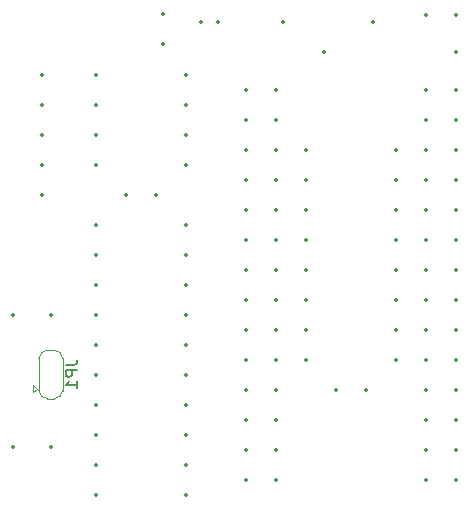
<source format=gbo>
%TF.GenerationSoftware,KiCad,Pcbnew,8.0.8+1*%
%TF.CreationDate,2025-02-23T13:51:29+01:00*%
%TF.ProjectId,QL_Minerva_MK2,514c5f4d-696e-4657-9276-615f4d4b322e,0.0*%
%TF.SameCoordinates,Original*%
%TF.FileFunction,Legend,Bot*%
%TF.FilePolarity,Positive*%
%FSLAX46Y46*%
G04 Gerber Fmt 4.6, Leading zero omitted, Abs format (unit mm)*
G04 Created by KiCad (PCBNEW 8.0.8+1) date 2025-02-23 13:51:29*
%MOMM*%
%LPD*%
G01*
G04 APERTURE LIST*
%ADD10C,0.150000*%
%ADD11C,0.120000*%
%ADD12C,0.350000*%
G04 APERTURE END LIST*
D10*
X64119819Y-88036666D02*
X64834104Y-88036666D01*
X64834104Y-88036666D02*
X64976961Y-87989047D01*
X64976961Y-87989047D02*
X65072200Y-87893809D01*
X65072200Y-87893809D02*
X65119819Y-87750952D01*
X65119819Y-87750952D02*
X65119819Y-87655714D01*
X65119819Y-88512857D02*
X64119819Y-88512857D01*
X64119819Y-88512857D02*
X64119819Y-88893809D01*
X64119819Y-88893809D02*
X64167438Y-88989047D01*
X64167438Y-88989047D02*
X64215057Y-89036666D01*
X64215057Y-89036666D02*
X64310295Y-89084285D01*
X64310295Y-89084285D02*
X64453152Y-89084285D01*
X64453152Y-89084285D02*
X64548390Y-89036666D01*
X64548390Y-89036666D02*
X64596009Y-88989047D01*
X64596009Y-88989047D02*
X64643628Y-88893809D01*
X64643628Y-88893809D02*
X64643628Y-88512857D01*
X65119819Y-90036666D02*
X65119819Y-89465238D01*
X65119819Y-89750952D02*
X64119819Y-89750952D01*
X64119819Y-89750952D02*
X64262676Y-89655714D01*
X64262676Y-89655714D02*
X64357914Y-89560476D01*
X64357914Y-89560476D02*
X64405533Y-89465238D01*
D11*
%TO.C,JP1*%
X62565000Y-90920000D02*
X63165000Y-90920000D01*
X61365000Y-90370000D02*
X61365000Y-89770000D01*
X63865000Y-90270000D02*
X63865000Y-87470000D01*
X61665000Y-90070000D02*
X61365000Y-90370000D01*
X61665000Y-90070000D02*
X61365000Y-89770000D01*
X61865000Y-87470000D02*
X61865000Y-90270000D01*
X63165000Y-86820000D02*
X62565000Y-86820000D01*
X62565000Y-90920000D02*
G75*
G02*
X61865000Y-90220000I-1J699999D01*
G01*
X63865000Y-90220000D02*
G75*
G02*
X63165000Y-90920000I-699999J-1D01*
G01*
X61865000Y-87520000D02*
G75*
G02*
X62565000Y-86820000I700000J0D01*
G01*
X63165000Y-86820000D02*
G75*
G02*
X63865000Y-87520000I0J-700000D01*
G01*
%TD*%
D12*
X82550000Y-59055000D03*
X90170000Y-59055000D03*
X71755000Y-73660000D03*
X69255000Y-73660000D03*
X72390000Y-58390000D03*
X72390000Y-60930000D03*
X66675000Y-76200000D03*
X66675000Y-78740000D03*
X66675000Y-81280000D03*
X66675000Y-83820000D03*
X66675000Y-86360000D03*
X66675000Y-88900000D03*
X66675000Y-91440000D03*
X66675000Y-93980000D03*
X66675000Y-96520000D03*
X66675000Y-99060000D03*
X74295000Y-99060000D03*
X74295000Y-96520000D03*
X74295000Y-93980000D03*
X74295000Y-91440000D03*
X74295000Y-88900000D03*
X74295000Y-86360000D03*
X74295000Y-83820000D03*
X74295000Y-81280000D03*
X74295000Y-78740000D03*
X74295000Y-76200000D03*
X62160000Y-73655000D03*
X62160000Y-71115000D03*
X62160000Y-68575000D03*
X62160000Y-66035000D03*
X62160000Y-63495000D03*
X81910000Y-64780000D03*
X81910000Y-67320000D03*
X81910000Y-69860000D03*
X81910000Y-72400000D03*
X81910000Y-74940000D03*
X81910000Y-77480000D03*
X81910000Y-80020000D03*
X81910000Y-82560000D03*
X81910000Y-85100000D03*
X81910000Y-87640000D03*
X81910000Y-90180000D03*
X81910000Y-92720000D03*
X81910000Y-95260000D03*
X81910000Y-97800000D03*
X97150000Y-97800000D03*
X97150000Y-95260000D03*
X97150000Y-92720000D03*
X97150000Y-90180000D03*
X97150000Y-87640000D03*
X97150000Y-85100000D03*
X97150000Y-82560000D03*
X97150000Y-80020000D03*
X97150000Y-77480000D03*
X97150000Y-74940000D03*
X97150000Y-72400000D03*
X97150000Y-69860000D03*
X97150000Y-67320000D03*
X97150000Y-64780000D03*
X84455000Y-69850000D03*
X84455000Y-72390000D03*
X84455000Y-74930000D03*
X84455000Y-77470000D03*
X84455000Y-80010000D03*
X84455000Y-82550000D03*
X84455000Y-85090000D03*
X84455000Y-87630000D03*
X92075000Y-87630000D03*
X92075000Y-85090000D03*
X92075000Y-82550000D03*
X92075000Y-80010000D03*
X92075000Y-77470000D03*
X92075000Y-74930000D03*
X92075000Y-72390000D03*
X92075000Y-69850000D03*
X94615000Y-58420000D03*
X97155000Y-58420000D03*
X66685000Y-63510000D03*
X66685000Y-66050000D03*
X66685000Y-68590000D03*
X66685000Y-71130000D03*
X74305000Y-71130000D03*
X74305000Y-68590000D03*
X74305000Y-66050000D03*
X74305000Y-63510000D03*
X79375000Y-64770000D03*
X79375000Y-67310000D03*
X79375000Y-69850000D03*
X79375000Y-72390000D03*
X79375000Y-74930000D03*
X79375000Y-77470000D03*
X79375000Y-80010000D03*
X79375000Y-82550000D03*
X79375000Y-85090000D03*
X79375000Y-87630000D03*
X79375000Y-90170000D03*
X79375000Y-92710000D03*
X79375000Y-95250000D03*
X79375000Y-97790000D03*
X94615000Y-97790000D03*
X94615000Y-95250000D03*
X94615000Y-92710000D03*
X94615000Y-90170000D03*
X94615000Y-87630000D03*
X94615000Y-85090000D03*
X94615000Y-82550000D03*
X94615000Y-80010000D03*
X94615000Y-77470000D03*
X94615000Y-74930000D03*
X94615000Y-72390000D03*
X94615000Y-69850000D03*
X94615000Y-67310000D03*
X94615000Y-64770000D03*
X59690000Y-94996000D03*
X59690000Y-83820000D03*
X89515000Y-90170000D03*
X87015000Y-90170000D03*
X62865000Y-94996000D03*
X62865000Y-83820000D03*
X77065000Y-59055000D03*
X75565000Y-59055000D03*
X85979000Y-61595000D03*
X97155000Y-61595000D03*
M02*

</source>
